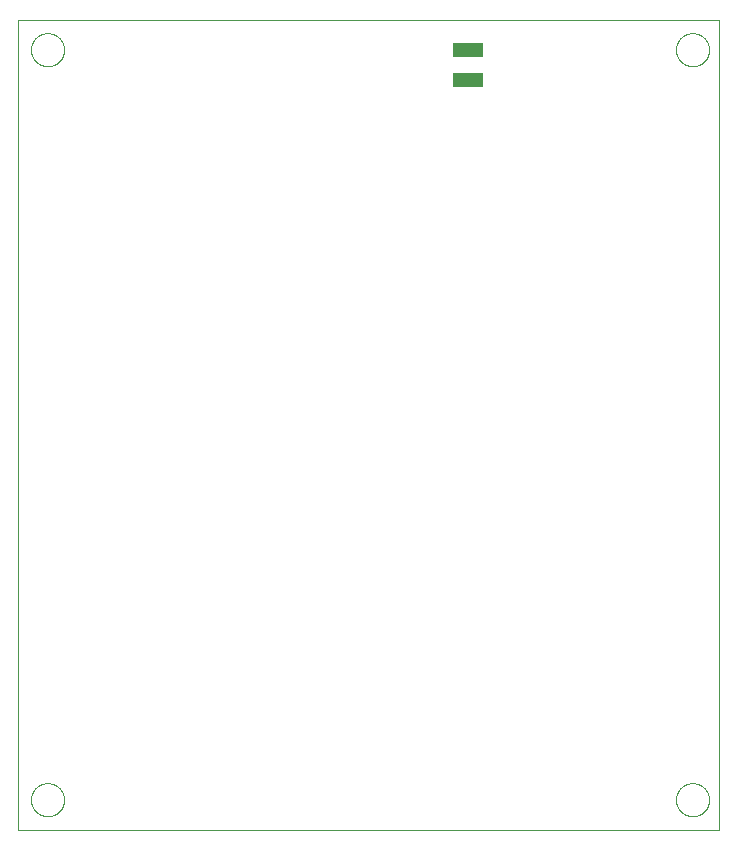
<source format=gbp>
G75*
%MOIN*%
%OFA0B0*%
%FSLAX25Y25*%
%IPPOS*%
%LPD*%
%AMOC8*
5,1,8,0,0,1.08239X$1,22.5*
%
%ADD10C,0.00000*%
%ADD11R,0.10000X0.05000*%
D10*
X0002600Y0002600D02*
X0002600Y0272561D01*
X0236301Y0272561D01*
X0236301Y0002600D01*
X0002600Y0002600D01*
X0007088Y0012600D02*
X0007090Y0012748D01*
X0007096Y0012896D01*
X0007106Y0013044D01*
X0007120Y0013191D01*
X0007138Y0013338D01*
X0007159Y0013484D01*
X0007185Y0013630D01*
X0007215Y0013775D01*
X0007248Y0013919D01*
X0007286Y0014062D01*
X0007327Y0014204D01*
X0007372Y0014345D01*
X0007420Y0014485D01*
X0007473Y0014624D01*
X0007529Y0014761D01*
X0007589Y0014896D01*
X0007652Y0015030D01*
X0007719Y0015162D01*
X0007790Y0015292D01*
X0007864Y0015420D01*
X0007941Y0015546D01*
X0008022Y0015670D01*
X0008106Y0015792D01*
X0008193Y0015911D01*
X0008284Y0016028D01*
X0008378Y0016143D01*
X0008474Y0016255D01*
X0008574Y0016365D01*
X0008676Y0016471D01*
X0008782Y0016575D01*
X0008890Y0016676D01*
X0009001Y0016774D01*
X0009114Y0016870D01*
X0009230Y0016962D01*
X0009348Y0017051D01*
X0009469Y0017136D01*
X0009592Y0017219D01*
X0009717Y0017298D01*
X0009844Y0017374D01*
X0009973Y0017446D01*
X0010104Y0017515D01*
X0010237Y0017580D01*
X0010372Y0017641D01*
X0010508Y0017699D01*
X0010645Y0017754D01*
X0010784Y0017804D01*
X0010925Y0017851D01*
X0011066Y0017894D01*
X0011209Y0017934D01*
X0011353Y0017969D01*
X0011497Y0018001D01*
X0011643Y0018028D01*
X0011789Y0018052D01*
X0011936Y0018072D01*
X0012083Y0018088D01*
X0012230Y0018100D01*
X0012378Y0018108D01*
X0012526Y0018112D01*
X0012674Y0018112D01*
X0012822Y0018108D01*
X0012970Y0018100D01*
X0013117Y0018088D01*
X0013264Y0018072D01*
X0013411Y0018052D01*
X0013557Y0018028D01*
X0013703Y0018001D01*
X0013847Y0017969D01*
X0013991Y0017934D01*
X0014134Y0017894D01*
X0014275Y0017851D01*
X0014416Y0017804D01*
X0014555Y0017754D01*
X0014692Y0017699D01*
X0014828Y0017641D01*
X0014963Y0017580D01*
X0015096Y0017515D01*
X0015227Y0017446D01*
X0015356Y0017374D01*
X0015483Y0017298D01*
X0015608Y0017219D01*
X0015731Y0017136D01*
X0015852Y0017051D01*
X0015970Y0016962D01*
X0016086Y0016870D01*
X0016199Y0016774D01*
X0016310Y0016676D01*
X0016418Y0016575D01*
X0016524Y0016471D01*
X0016626Y0016365D01*
X0016726Y0016255D01*
X0016822Y0016143D01*
X0016916Y0016028D01*
X0017007Y0015911D01*
X0017094Y0015792D01*
X0017178Y0015670D01*
X0017259Y0015546D01*
X0017336Y0015420D01*
X0017410Y0015292D01*
X0017481Y0015162D01*
X0017548Y0015030D01*
X0017611Y0014896D01*
X0017671Y0014761D01*
X0017727Y0014624D01*
X0017780Y0014485D01*
X0017828Y0014345D01*
X0017873Y0014204D01*
X0017914Y0014062D01*
X0017952Y0013919D01*
X0017985Y0013775D01*
X0018015Y0013630D01*
X0018041Y0013484D01*
X0018062Y0013338D01*
X0018080Y0013191D01*
X0018094Y0013044D01*
X0018104Y0012896D01*
X0018110Y0012748D01*
X0018112Y0012600D01*
X0018110Y0012452D01*
X0018104Y0012304D01*
X0018094Y0012156D01*
X0018080Y0012009D01*
X0018062Y0011862D01*
X0018041Y0011716D01*
X0018015Y0011570D01*
X0017985Y0011425D01*
X0017952Y0011281D01*
X0017914Y0011138D01*
X0017873Y0010996D01*
X0017828Y0010855D01*
X0017780Y0010715D01*
X0017727Y0010576D01*
X0017671Y0010439D01*
X0017611Y0010304D01*
X0017548Y0010170D01*
X0017481Y0010038D01*
X0017410Y0009908D01*
X0017336Y0009780D01*
X0017259Y0009654D01*
X0017178Y0009530D01*
X0017094Y0009408D01*
X0017007Y0009289D01*
X0016916Y0009172D01*
X0016822Y0009057D01*
X0016726Y0008945D01*
X0016626Y0008835D01*
X0016524Y0008729D01*
X0016418Y0008625D01*
X0016310Y0008524D01*
X0016199Y0008426D01*
X0016086Y0008330D01*
X0015970Y0008238D01*
X0015852Y0008149D01*
X0015731Y0008064D01*
X0015608Y0007981D01*
X0015483Y0007902D01*
X0015356Y0007826D01*
X0015227Y0007754D01*
X0015096Y0007685D01*
X0014963Y0007620D01*
X0014828Y0007559D01*
X0014692Y0007501D01*
X0014555Y0007446D01*
X0014416Y0007396D01*
X0014275Y0007349D01*
X0014134Y0007306D01*
X0013991Y0007266D01*
X0013847Y0007231D01*
X0013703Y0007199D01*
X0013557Y0007172D01*
X0013411Y0007148D01*
X0013264Y0007128D01*
X0013117Y0007112D01*
X0012970Y0007100D01*
X0012822Y0007092D01*
X0012674Y0007088D01*
X0012526Y0007088D01*
X0012378Y0007092D01*
X0012230Y0007100D01*
X0012083Y0007112D01*
X0011936Y0007128D01*
X0011789Y0007148D01*
X0011643Y0007172D01*
X0011497Y0007199D01*
X0011353Y0007231D01*
X0011209Y0007266D01*
X0011066Y0007306D01*
X0010925Y0007349D01*
X0010784Y0007396D01*
X0010645Y0007446D01*
X0010508Y0007501D01*
X0010372Y0007559D01*
X0010237Y0007620D01*
X0010104Y0007685D01*
X0009973Y0007754D01*
X0009844Y0007826D01*
X0009717Y0007902D01*
X0009592Y0007981D01*
X0009469Y0008064D01*
X0009348Y0008149D01*
X0009230Y0008238D01*
X0009114Y0008330D01*
X0009001Y0008426D01*
X0008890Y0008524D01*
X0008782Y0008625D01*
X0008676Y0008729D01*
X0008574Y0008835D01*
X0008474Y0008945D01*
X0008378Y0009057D01*
X0008284Y0009172D01*
X0008193Y0009289D01*
X0008106Y0009408D01*
X0008022Y0009530D01*
X0007941Y0009654D01*
X0007864Y0009780D01*
X0007790Y0009908D01*
X0007719Y0010038D01*
X0007652Y0010170D01*
X0007589Y0010304D01*
X0007529Y0010439D01*
X0007473Y0010576D01*
X0007420Y0010715D01*
X0007372Y0010855D01*
X0007327Y0010996D01*
X0007286Y0011138D01*
X0007248Y0011281D01*
X0007215Y0011425D01*
X0007185Y0011570D01*
X0007159Y0011716D01*
X0007138Y0011862D01*
X0007120Y0012009D01*
X0007106Y0012156D01*
X0007096Y0012304D01*
X0007090Y0012452D01*
X0007088Y0012600D01*
X0007088Y0262600D02*
X0007090Y0262748D01*
X0007096Y0262896D01*
X0007106Y0263044D01*
X0007120Y0263191D01*
X0007138Y0263338D01*
X0007159Y0263484D01*
X0007185Y0263630D01*
X0007215Y0263775D01*
X0007248Y0263919D01*
X0007286Y0264062D01*
X0007327Y0264204D01*
X0007372Y0264345D01*
X0007420Y0264485D01*
X0007473Y0264624D01*
X0007529Y0264761D01*
X0007589Y0264896D01*
X0007652Y0265030D01*
X0007719Y0265162D01*
X0007790Y0265292D01*
X0007864Y0265420D01*
X0007941Y0265546D01*
X0008022Y0265670D01*
X0008106Y0265792D01*
X0008193Y0265911D01*
X0008284Y0266028D01*
X0008378Y0266143D01*
X0008474Y0266255D01*
X0008574Y0266365D01*
X0008676Y0266471D01*
X0008782Y0266575D01*
X0008890Y0266676D01*
X0009001Y0266774D01*
X0009114Y0266870D01*
X0009230Y0266962D01*
X0009348Y0267051D01*
X0009469Y0267136D01*
X0009592Y0267219D01*
X0009717Y0267298D01*
X0009844Y0267374D01*
X0009973Y0267446D01*
X0010104Y0267515D01*
X0010237Y0267580D01*
X0010372Y0267641D01*
X0010508Y0267699D01*
X0010645Y0267754D01*
X0010784Y0267804D01*
X0010925Y0267851D01*
X0011066Y0267894D01*
X0011209Y0267934D01*
X0011353Y0267969D01*
X0011497Y0268001D01*
X0011643Y0268028D01*
X0011789Y0268052D01*
X0011936Y0268072D01*
X0012083Y0268088D01*
X0012230Y0268100D01*
X0012378Y0268108D01*
X0012526Y0268112D01*
X0012674Y0268112D01*
X0012822Y0268108D01*
X0012970Y0268100D01*
X0013117Y0268088D01*
X0013264Y0268072D01*
X0013411Y0268052D01*
X0013557Y0268028D01*
X0013703Y0268001D01*
X0013847Y0267969D01*
X0013991Y0267934D01*
X0014134Y0267894D01*
X0014275Y0267851D01*
X0014416Y0267804D01*
X0014555Y0267754D01*
X0014692Y0267699D01*
X0014828Y0267641D01*
X0014963Y0267580D01*
X0015096Y0267515D01*
X0015227Y0267446D01*
X0015356Y0267374D01*
X0015483Y0267298D01*
X0015608Y0267219D01*
X0015731Y0267136D01*
X0015852Y0267051D01*
X0015970Y0266962D01*
X0016086Y0266870D01*
X0016199Y0266774D01*
X0016310Y0266676D01*
X0016418Y0266575D01*
X0016524Y0266471D01*
X0016626Y0266365D01*
X0016726Y0266255D01*
X0016822Y0266143D01*
X0016916Y0266028D01*
X0017007Y0265911D01*
X0017094Y0265792D01*
X0017178Y0265670D01*
X0017259Y0265546D01*
X0017336Y0265420D01*
X0017410Y0265292D01*
X0017481Y0265162D01*
X0017548Y0265030D01*
X0017611Y0264896D01*
X0017671Y0264761D01*
X0017727Y0264624D01*
X0017780Y0264485D01*
X0017828Y0264345D01*
X0017873Y0264204D01*
X0017914Y0264062D01*
X0017952Y0263919D01*
X0017985Y0263775D01*
X0018015Y0263630D01*
X0018041Y0263484D01*
X0018062Y0263338D01*
X0018080Y0263191D01*
X0018094Y0263044D01*
X0018104Y0262896D01*
X0018110Y0262748D01*
X0018112Y0262600D01*
X0018110Y0262452D01*
X0018104Y0262304D01*
X0018094Y0262156D01*
X0018080Y0262009D01*
X0018062Y0261862D01*
X0018041Y0261716D01*
X0018015Y0261570D01*
X0017985Y0261425D01*
X0017952Y0261281D01*
X0017914Y0261138D01*
X0017873Y0260996D01*
X0017828Y0260855D01*
X0017780Y0260715D01*
X0017727Y0260576D01*
X0017671Y0260439D01*
X0017611Y0260304D01*
X0017548Y0260170D01*
X0017481Y0260038D01*
X0017410Y0259908D01*
X0017336Y0259780D01*
X0017259Y0259654D01*
X0017178Y0259530D01*
X0017094Y0259408D01*
X0017007Y0259289D01*
X0016916Y0259172D01*
X0016822Y0259057D01*
X0016726Y0258945D01*
X0016626Y0258835D01*
X0016524Y0258729D01*
X0016418Y0258625D01*
X0016310Y0258524D01*
X0016199Y0258426D01*
X0016086Y0258330D01*
X0015970Y0258238D01*
X0015852Y0258149D01*
X0015731Y0258064D01*
X0015608Y0257981D01*
X0015483Y0257902D01*
X0015356Y0257826D01*
X0015227Y0257754D01*
X0015096Y0257685D01*
X0014963Y0257620D01*
X0014828Y0257559D01*
X0014692Y0257501D01*
X0014555Y0257446D01*
X0014416Y0257396D01*
X0014275Y0257349D01*
X0014134Y0257306D01*
X0013991Y0257266D01*
X0013847Y0257231D01*
X0013703Y0257199D01*
X0013557Y0257172D01*
X0013411Y0257148D01*
X0013264Y0257128D01*
X0013117Y0257112D01*
X0012970Y0257100D01*
X0012822Y0257092D01*
X0012674Y0257088D01*
X0012526Y0257088D01*
X0012378Y0257092D01*
X0012230Y0257100D01*
X0012083Y0257112D01*
X0011936Y0257128D01*
X0011789Y0257148D01*
X0011643Y0257172D01*
X0011497Y0257199D01*
X0011353Y0257231D01*
X0011209Y0257266D01*
X0011066Y0257306D01*
X0010925Y0257349D01*
X0010784Y0257396D01*
X0010645Y0257446D01*
X0010508Y0257501D01*
X0010372Y0257559D01*
X0010237Y0257620D01*
X0010104Y0257685D01*
X0009973Y0257754D01*
X0009844Y0257826D01*
X0009717Y0257902D01*
X0009592Y0257981D01*
X0009469Y0258064D01*
X0009348Y0258149D01*
X0009230Y0258238D01*
X0009114Y0258330D01*
X0009001Y0258426D01*
X0008890Y0258524D01*
X0008782Y0258625D01*
X0008676Y0258729D01*
X0008574Y0258835D01*
X0008474Y0258945D01*
X0008378Y0259057D01*
X0008284Y0259172D01*
X0008193Y0259289D01*
X0008106Y0259408D01*
X0008022Y0259530D01*
X0007941Y0259654D01*
X0007864Y0259780D01*
X0007790Y0259908D01*
X0007719Y0260038D01*
X0007652Y0260170D01*
X0007589Y0260304D01*
X0007529Y0260439D01*
X0007473Y0260576D01*
X0007420Y0260715D01*
X0007372Y0260855D01*
X0007327Y0260996D01*
X0007286Y0261138D01*
X0007248Y0261281D01*
X0007215Y0261425D01*
X0007185Y0261570D01*
X0007159Y0261716D01*
X0007138Y0261862D01*
X0007120Y0262009D01*
X0007106Y0262156D01*
X0007096Y0262304D01*
X0007090Y0262452D01*
X0007088Y0262600D01*
X0222088Y0262600D02*
X0222090Y0262748D01*
X0222096Y0262896D01*
X0222106Y0263044D01*
X0222120Y0263191D01*
X0222138Y0263338D01*
X0222159Y0263484D01*
X0222185Y0263630D01*
X0222215Y0263775D01*
X0222248Y0263919D01*
X0222286Y0264062D01*
X0222327Y0264204D01*
X0222372Y0264345D01*
X0222420Y0264485D01*
X0222473Y0264624D01*
X0222529Y0264761D01*
X0222589Y0264896D01*
X0222652Y0265030D01*
X0222719Y0265162D01*
X0222790Y0265292D01*
X0222864Y0265420D01*
X0222941Y0265546D01*
X0223022Y0265670D01*
X0223106Y0265792D01*
X0223193Y0265911D01*
X0223284Y0266028D01*
X0223378Y0266143D01*
X0223474Y0266255D01*
X0223574Y0266365D01*
X0223676Y0266471D01*
X0223782Y0266575D01*
X0223890Y0266676D01*
X0224001Y0266774D01*
X0224114Y0266870D01*
X0224230Y0266962D01*
X0224348Y0267051D01*
X0224469Y0267136D01*
X0224592Y0267219D01*
X0224717Y0267298D01*
X0224844Y0267374D01*
X0224973Y0267446D01*
X0225104Y0267515D01*
X0225237Y0267580D01*
X0225372Y0267641D01*
X0225508Y0267699D01*
X0225645Y0267754D01*
X0225784Y0267804D01*
X0225925Y0267851D01*
X0226066Y0267894D01*
X0226209Y0267934D01*
X0226353Y0267969D01*
X0226497Y0268001D01*
X0226643Y0268028D01*
X0226789Y0268052D01*
X0226936Y0268072D01*
X0227083Y0268088D01*
X0227230Y0268100D01*
X0227378Y0268108D01*
X0227526Y0268112D01*
X0227674Y0268112D01*
X0227822Y0268108D01*
X0227970Y0268100D01*
X0228117Y0268088D01*
X0228264Y0268072D01*
X0228411Y0268052D01*
X0228557Y0268028D01*
X0228703Y0268001D01*
X0228847Y0267969D01*
X0228991Y0267934D01*
X0229134Y0267894D01*
X0229275Y0267851D01*
X0229416Y0267804D01*
X0229555Y0267754D01*
X0229692Y0267699D01*
X0229828Y0267641D01*
X0229963Y0267580D01*
X0230096Y0267515D01*
X0230227Y0267446D01*
X0230356Y0267374D01*
X0230483Y0267298D01*
X0230608Y0267219D01*
X0230731Y0267136D01*
X0230852Y0267051D01*
X0230970Y0266962D01*
X0231086Y0266870D01*
X0231199Y0266774D01*
X0231310Y0266676D01*
X0231418Y0266575D01*
X0231524Y0266471D01*
X0231626Y0266365D01*
X0231726Y0266255D01*
X0231822Y0266143D01*
X0231916Y0266028D01*
X0232007Y0265911D01*
X0232094Y0265792D01*
X0232178Y0265670D01*
X0232259Y0265546D01*
X0232336Y0265420D01*
X0232410Y0265292D01*
X0232481Y0265162D01*
X0232548Y0265030D01*
X0232611Y0264896D01*
X0232671Y0264761D01*
X0232727Y0264624D01*
X0232780Y0264485D01*
X0232828Y0264345D01*
X0232873Y0264204D01*
X0232914Y0264062D01*
X0232952Y0263919D01*
X0232985Y0263775D01*
X0233015Y0263630D01*
X0233041Y0263484D01*
X0233062Y0263338D01*
X0233080Y0263191D01*
X0233094Y0263044D01*
X0233104Y0262896D01*
X0233110Y0262748D01*
X0233112Y0262600D01*
X0233110Y0262452D01*
X0233104Y0262304D01*
X0233094Y0262156D01*
X0233080Y0262009D01*
X0233062Y0261862D01*
X0233041Y0261716D01*
X0233015Y0261570D01*
X0232985Y0261425D01*
X0232952Y0261281D01*
X0232914Y0261138D01*
X0232873Y0260996D01*
X0232828Y0260855D01*
X0232780Y0260715D01*
X0232727Y0260576D01*
X0232671Y0260439D01*
X0232611Y0260304D01*
X0232548Y0260170D01*
X0232481Y0260038D01*
X0232410Y0259908D01*
X0232336Y0259780D01*
X0232259Y0259654D01*
X0232178Y0259530D01*
X0232094Y0259408D01*
X0232007Y0259289D01*
X0231916Y0259172D01*
X0231822Y0259057D01*
X0231726Y0258945D01*
X0231626Y0258835D01*
X0231524Y0258729D01*
X0231418Y0258625D01*
X0231310Y0258524D01*
X0231199Y0258426D01*
X0231086Y0258330D01*
X0230970Y0258238D01*
X0230852Y0258149D01*
X0230731Y0258064D01*
X0230608Y0257981D01*
X0230483Y0257902D01*
X0230356Y0257826D01*
X0230227Y0257754D01*
X0230096Y0257685D01*
X0229963Y0257620D01*
X0229828Y0257559D01*
X0229692Y0257501D01*
X0229555Y0257446D01*
X0229416Y0257396D01*
X0229275Y0257349D01*
X0229134Y0257306D01*
X0228991Y0257266D01*
X0228847Y0257231D01*
X0228703Y0257199D01*
X0228557Y0257172D01*
X0228411Y0257148D01*
X0228264Y0257128D01*
X0228117Y0257112D01*
X0227970Y0257100D01*
X0227822Y0257092D01*
X0227674Y0257088D01*
X0227526Y0257088D01*
X0227378Y0257092D01*
X0227230Y0257100D01*
X0227083Y0257112D01*
X0226936Y0257128D01*
X0226789Y0257148D01*
X0226643Y0257172D01*
X0226497Y0257199D01*
X0226353Y0257231D01*
X0226209Y0257266D01*
X0226066Y0257306D01*
X0225925Y0257349D01*
X0225784Y0257396D01*
X0225645Y0257446D01*
X0225508Y0257501D01*
X0225372Y0257559D01*
X0225237Y0257620D01*
X0225104Y0257685D01*
X0224973Y0257754D01*
X0224844Y0257826D01*
X0224717Y0257902D01*
X0224592Y0257981D01*
X0224469Y0258064D01*
X0224348Y0258149D01*
X0224230Y0258238D01*
X0224114Y0258330D01*
X0224001Y0258426D01*
X0223890Y0258524D01*
X0223782Y0258625D01*
X0223676Y0258729D01*
X0223574Y0258835D01*
X0223474Y0258945D01*
X0223378Y0259057D01*
X0223284Y0259172D01*
X0223193Y0259289D01*
X0223106Y0259408D01*
X0223022Y0259530D01*
X0222941Y0259654D01*
X0222864Y0259780D01*
X0222790Y0259908D01*
X0222719Y0260038D01*
X0222652Y0260170D01*
X0222589Y0260304D01*
X0222529Y0260439D01*
X0222473Y0260576D01*
X0222420Y0260715D01*
X0222372Y0260855D01*
X0222327Y0260996D01*
X0222286Y0261138D01*
X0222248Y0261281D01*
X0222215Y0261425D01*
X0222185Y0261570D01*
X0222159Y0261716D01*
X0222138Y0261862D01*
X0222120Y0262009D01*
X0222106Y0262156D01*
X0222096Y0262304D01*
X0222090Y0262452D01*
X0222088Y0262600D01*
X0222088Y0012600D02*
X0222090Y0012748D01*
X0222096Y0012896D01*
X0222106Y0013044D01*
X0222120Y0013191D01*
X0222138Y0013338D01*
X0222159Y0013484D01*
X0222185Y0013630D01*
X0222215Y0013775D01*
X0222248Y0013919D01*
X0222286Y0014062D01*
X0222327Y0014204D01*
X0222372Y0014345D01*
X0222420Y0014485D01*
X0222473Y0014624D01*
X0222529Y0014761D01*
X0222589Y0014896D01*
X0222652Y0015030D01*
X0222719Y0015162D01*
X0222790Y0015292D01*
X0222864Y0015420D01*
X0222941Y0015546D01*
X0223022Y0015670D01*
X0223106Y0015792D01*
X0223193Y0015911D01*
X0223284Y0016028D01*
X0223378Y0016143D01*
X0223474Y0016255D01*
X0223574Y0016365D01*
X0223676Y0016471D01*
X0223782Y0016575D01*
X0223890Y0016676D01*
X0224001Y0016774D01*
X0224114Y0016870D01*
X0224230Y0016962D01*
X0224348Y0017051D01*
X0224469Y0017136D01*
X0224592Y0017219D01*
X0224717Y0017298D01*
X0224844Y0017374D01*
X0224973Y0017446D01*
X0225104Y0017515D01*
X0225237Y0017580D01*
X0225372Y0017641D01*
X0225508Y0017699D01*
X0225645Y0017754D01*
X0225784Y0017804D01*
X0225925Y0017851D01*
X0226066Y0017894D01*
X0226209Y0017934D01*
X0226353Y0017969D01*
X0226497Y0018001D01*
X0226643Y0018028D01*
X0226789Y0018052D01*
X0226936Y0018072D01*
X0227083Y0018088D01*
X0227230Y0018100D01*
X0227378Y0018108D01*
X0227526Y0018112D01*
X0227674Y0018112D01*
X0227822Y0018108D01*
X0227970Y0018100D01*
X0228117Y0018088D01*
X0228264Y0018072D01*
X0228411Y0018052D01*
X0228557Y0018028D01*
X0228703Y0018001D01*
X0228847Y0017969D01*
X0228991Y0017934D01*
X0229134Y0017894D01*
X0229275Y0017851D01*
X0229416Y0017804D01*
X0229555Y0017754D01*
X0229692Y0017699D01*
X0229828Y0017641D01*
X0229963Y0017580D01*
X0230096Y0017515D01*
X0230227Y0017446D01*
X0230356Y0017374D01*
X0230483Y0017298D01*
X0230608Y0017219D01*
X0230731Y0017136D01*
X0230852Y0017051D01*
X0230970Y0016962D01*
X0231086Y0016870D01*
X0231199Y0016774D01*
X0231310Y0016676D01*
X0231418Y0016575D01*
X0231524Y0016471D01*
X0231626Y0016365D01*
X0231726Y0016255D01*
X0231822Y0016143D01*
X0231916Y0016028D01*
X0232007Y0015911D01*
X0232094Y0015792D01*
X0232178Y0015670D01*
X0232259Y0015546D01*
X0232336Y0015420D01*
X0232410Y0015292D01*
X0232481Y0015162D01*
X0232548Y0015030D01*
X0232611Y0014896D01*
X0232671Y0014761D01*
X0232727Y0014624D01*
X0232780Y0014485D01*
X0232828Y0014345D01*
X0232873Y0014204D01*
X0232914Y0014062D01*
X0232952Y0013919D01*
X0232985Y0013775D01*
X0233015Y0013630D01*
X0233041Y0013484D01*
X0233062Y0013338D01*
X0233080Y0013191D01*
X0233094Y0013044D01*
X0233104Y0012896D01*
X0233110Y0012748D01*
X0233112Y0012600D01*
X0233110Y0012452D01*
X0233104Y0012304D01*
X0233094Y0012156D01*
X0233080Y0012009D01*
X0233062Y0011862D01*
X0233041Y0011716D01*
X0233015Y0011570D01*
X0232985Y0011425D01*
X0232952Y0011281D01*
X0232914Y0011138D01*
X0232873Y0010996D01*
X0232828Y0010855D01*
X0232780Y0010715D01*
X0232727Y0010576D01*
X0232671Y0010439D01*
X0232611Y0010304D01*
X0232548Y0010170D01*
X0232481Y0010038D01*
X0232410Y0009908D01*
X0232336Y0009780D01*
X0232259Y0009654D01*
X0232178Y0009530D01*
X0232094Y0009408D01*
X0232007Y0009289D01*
X0231916Y0009172D01*
X0231822Y0009057D01*
X0231726Y0008945D01*
X0231626Y0008835D01*
X0231524Y0008729D01*
X0231418Y0008625D01*
X0231310Y0008524D01*
X0231199Y0008426D01*
X0231086Y0008330D01*
X0230970Y0008238D01*
X0230852Y0008149D01*
X0230731Y0008064D01*
X0230608Y0007981D01*
X0230483Y0007902D01*
X0230356Y0007826D01*
X0230227Y0007754D01*
X0230096Y0007685D01*
X0229963Y0007620D01*
X0229828Y0007559D01*
X0229692Y0007501D01*
X0229555Y0007446D01*
X0229416Y0007396D01*
X0229275Y0007349D01*
X0229134Y0007306D01*
X0228991Y0007266D01*
X0228847Y0007231D01*
X0228703Y0007199D01*
X0228557Y0007172D01*
X0228411Y0007148D01*
X0228264Y0007128D01*
X0228117Y0007112D01*
X0227970Y0007100D01*
X0227822Y0007092D01*
X0227674Y0007088D01*
X0227526Y0007088D01*
X0227378Y0007092D01*
X0227230Y0007100D01*
X0227083Y0007112D01*
X0226936Y0007128D01*
X0226789Y0007148D01*
X0226643Y0007172D01*
X0226497Y0007199D01*
X0226353Y0007231D01*
X0226209Y0007266D01*
X0226066Y0007306D01*
X0225925Y0007349D01*
X0225784Y0007396D01*
X0225645Y0007446D01*
X0225508Y0007501D01*
X0225372Y0007559D01*
X0225237Y0007620D01*
X0225104Y0007685D01*
X0224973Y0007754D01*
X0224844Y0007826D01*
X0224717Y0007902D01*
X0224592Y0007981D01*
X0224469Y0008064D01*
X0224348Y0008149D01*
X0224230Y0008238D01*
X0224114Y0008330D01*
X0224001Y0008426D01*
X0223890Y0008524D01*
X0223782Y0008625D01*
X0223676Y0008729D01*
X0223574Y0008835D01*
X0223474Y0008945D01*
X0223378Y0009057D01*
X0223284Y0009172D01*
X0223193Y0009289D01*
X0223106Y0009408D01*
X0223022Y0009530D01*
X0222941Y0009654D01*
X0222864Y0009780D01*
X0222790Y0009908D01*
X0222719Y0010038D01*
X0222652Y0010170D01*
X0222589Y0010304D01*
X0222529Y0010439D01*
X0222473Y0010576D01*
X0222420Y0010715D01*
X0222372Y0010855D01*
X0222327Y0010996D01*
X0222286Y0011138D01*
X0222248Y0011281D01*
X0222215Y0011425D01*
X0222185Y0011570D01*
X0222159Y0011716D01*
X0222138Y0011862D01*
X0222120Y0012009D01*
X0222106Y0012156D01*
X0222096Y0012304D01*
X0222090Y0012452D01*
X0222088Y0012600D01*
D11*
X0152600Y0252600D03*
X0152600Y0262600D03*
M02*

</source>
